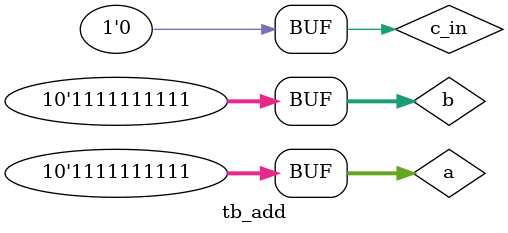
<source format=sv>
`include "./../add.sv"

module tb_add;

    parameter n = 10;
    reg [n-1:0] a, b;
    reg c_in;
    wire [n:0] sum;

    add #(n) uut (
        .a(a),
        .b(b),
        .c_in(c_in),
        .sum(sum)
    );

    initial begin
        $monitor("Time = %0t | a = %d | b = %d | sum = %d", $time, a, b, sum);

        a = 10'b0000000000; b = 10'b0000000000; c_in = 1'b1; #10;
        a = 10'b0000000001; b = 10'b0000000001; #10;
        a = 10'b0000111100; b = 10'b0000000011; #10;
        a = 10'b1111111111; b = 10'b0000000001; c_in = 1'b0; #10;
        a = 10'b1010101010; b = 10'b0101010101; #10;
        a = 10'b1100110011; b = 10'b1010101010; #10;
        a = 10'b0000000000; b = 10'b1111111111; #10;
        a = 10'b1111111111; b = 10'b1111111111; #10;

    end

endmodule


</source>
